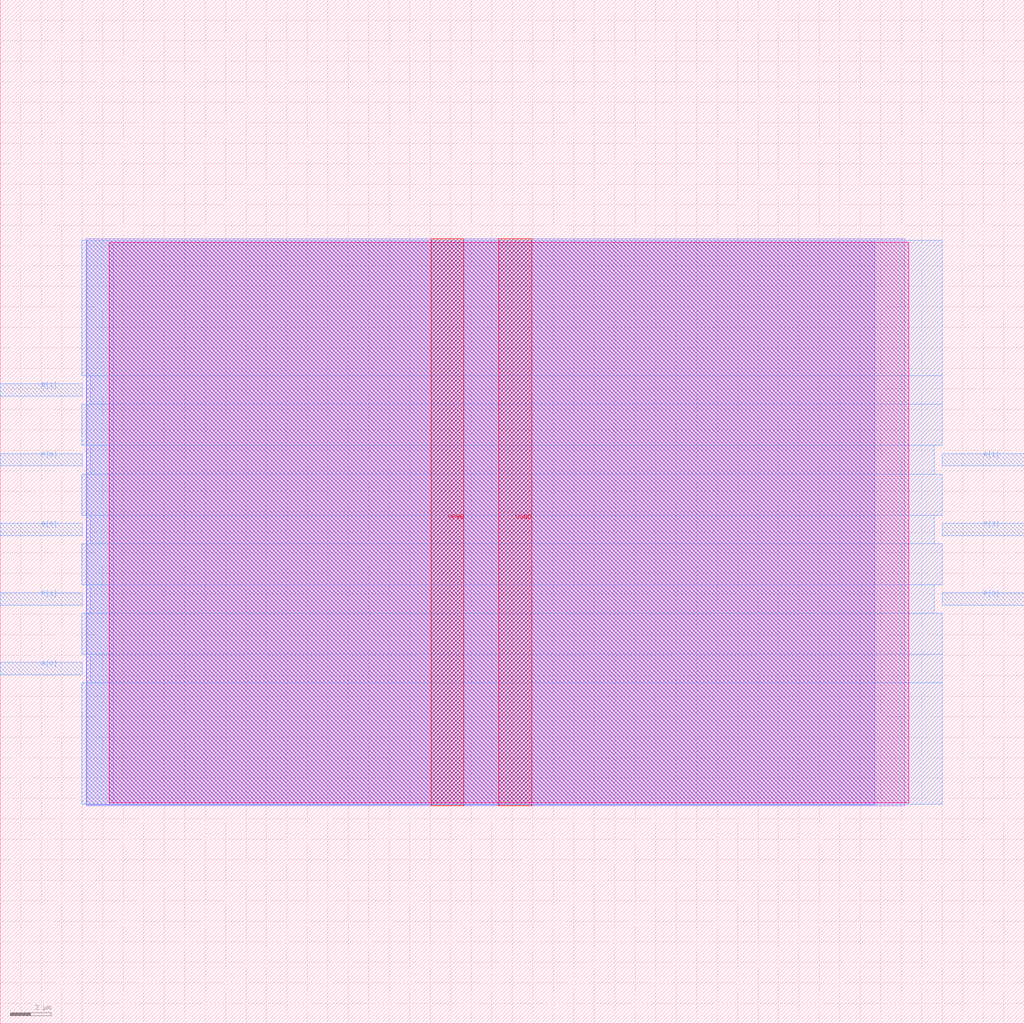
<source format=lef>
VERSION 5.7 ;
  NOWIREEXTENSIONATPIN ON ;
  DIVIDERCHAR "/" ;
  BUSBITCHARS "[]" ;
MACRO SARSA_WInd_e9
  CLASS BLOCK ;
  FOREIGN SARSA_WInd_e9 ;
  ORIGIN 0.000 0.000 ;
  SIZE 50.000 BY 50.000 ;
  PIN A[0]
    DIRECTION INPUT ;
    USE SIGNAL ;
    ANTENNAGATEAREA 0.196500 ;
    PORT
      LAYER met3 ;
        RECT 0.000 17.040 4.000 17.640 ;
    END
  END A[0]
  PIN A[1]
    DIRECTION INPUT ;
    USE SIGNAL ;
    ANTENNAGATEAREA 0.196500 ;
    PORT
      LAYER met3 ;
        RECT 46.000 27.240 50.000 27.840 ;
    END
  END A[1]
  PIN B[0]
    DIRECTION INPUT ;
    USE SIGNAL ;
    ANTENNAGATEAREA 0.196500 ;
    PORT
      LAYER met3 ;
        RECT 0.000 23.840 4.000 24.440 ;
    END
  END B[0]
  PIN B[1]
    DIRECTION INPUT ;
    USE SIGNAL ;
    ANTENNAGATEAREA 0.196500 ;
    PORT
      LAYER met3 ;
        RECT 0.000 30.640 4.000 31.240 ;
    END
  END B[1]
  PIN P[0]
    DIRECTION OUTPUT ;
    USE SIGNAL ;
    ANTENNADIFFAREA 0.445500 ;
    PORT
      LAYER met3 ;
        RECT 0.000 27.240 4.000 27.840 ;
    END
  END P[0]
  PIN P[1]
    DIRECTION OUTPUT ;
    USE SIGNAL ;
    ANTENNADIFFAREA 0.445500 ;
    PORT
      LAYER met3 ;
        RECT 0.000 20.440 4.000 21.040 ;
    END
  END P[1]
  PIN P[2]
    DIRECTION OUTPUT ;
    USE SIGNAL ;
    ANTENNADIFFAREA 0.445500 ;
    PORT
      LAYER met3 ;
        RECT 46.000 20.440 50.000 21.040 ;
    END
  END P[2]
  PIN P[3]
    DIRECTION OUTPUT ;
    USE SIGNAL ;
    ANTENNADIFFAREA 0.445500 ;
    PORT
      LAYER met3 ;
        RECT 46.000 23.840 50.000 24.440 ;
    END
  END P[3]
  PIN VGND
    DIRECTION INOUT ;
    USE GROUND ;
    PORT
      LAYER met4 ;
        RECT 24.340 10.640 25.940 38.320 ;
    END
  END VGND
  PIN VPWR
    DIRECTION INOUT ;
    USE POWER ;
    PORT
      LAYER met4 ;
        RECT 21.040 10.640 22.640 38.320 ;
    END
  END VPWR
  OBS
      LAYER nwell ;
        RECT 5.330 10.795 44.350 38.165 ;
      LAYER li1 ;
        RECT 5.520 10.795 44.160 38.165 ;
      LAYER met1 ;
        RECT 4.210 10.640 44.160 38.320 ;
      LAYER met2 ;
        RECT 4.230 10.695 42.690 38.265 ;
      LAYER met3 ;
        RECT 3.990 31.640 46.000 38.245 ;
        RECT 4.400 30.240 46.000 31.640 ;
        RECT 3.990 28.240 46.000 30.240 ;
        RECT 4.400 26.840 45.600 28.240 ;
        RECT 3.990 24.840 46.000 26.840 ;
        RECT 4.400 23.440 45.600 24.840 ;
        RECT 3.990 21.440 46.000 23.440 ;
        RECT 4.400 20.040 45.600 21.440 ;
        RECT 3.990 18.040 46.000 20.040 ;
        RECT 4.400 16.640 46.000 18.040 ;
        RECT 3.990 10.715 46.000 16.640 ;
  END
END SARSA_WInd_e9
END LIBRARY


</source>
